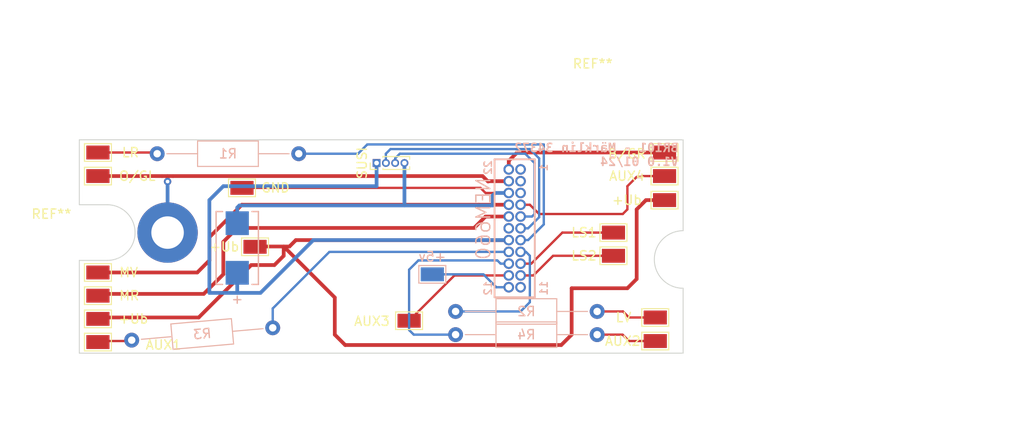
<source format=kicad_pcb>
(kicad_pcb (version 20221018) (generator pcbnew)
  (title_block (title "Maerklin sMD3 Adapter BR101") (date "2024-01-05") (rev "V1.0"))
  (layers (0 "F.Cu" signal) (31 "B.Cu" signal) (34 "B.Paste" user) (35 "F.Paste" user) (36 "B.SilkS" user "B.Silkscreen") (37 "F.SilkS" user "F.Silkscreen") (38 "B.Mask" user) (39 "F.Mask" user) (44 "Edge.Cuts" user))
  (net 0 "")
  (net 1 "+Ub")
  (net 2 "GND")
  (net 3 "AUX4")
  (net 4 "SUSI2")
  (net 5 "SUSI3")
  (net 6 "LS2")
  (net 7 "LS1")
  (net 8 "+5v")
  (net 9 "AUX3")
  (net 10 "AUX2")
  (net 11 "AUX1")
  (net 12 "MR")
  (net 13 "MV")
  (net 14 "0{slash}GL")
  (net 15 "B{slash}GR")
  (net 16 "LR")
  (net 17 "LV")
  (net 21 "Net-(NEM660-Pad7)")
  (net 22 "Net-(NEM660-Pad8)")
  (net 24 "Net-(NEM660-Pad14)")
  (net 25 "Net-(NEM660-Pad15)")
  (footprint "MaerklinConnectors:TestPoint_Pad_1.5x2.5mm" (layer "F.Cu") (at 107 37.5)
    (fp_text reference "LS2" (at -2.675 0) (layer "F.SilkS"))
    (fp_text value "LS")
    (fp_line (start -0.95 -0.95) (end 1.95 -0.95) (stroke (width 0.12)) (layer "F.SilkS"))
    (fp_line (start -0.95 0.95) (end -0.95 -0.95) (stroke (width 0.12)) (layer "F.SilkS"))
    (fp_line (start 1.95 -0.95) (end 1.95 0.95) (stroke (width 0.12)) (layer "F.SilkS"))
    (fp_line (start 1.95 0.95) (end -0.95 0.95) (stroke (width 0.12)) (layer "F.SilkS"))
    (pad "1" smd rect (at 0.5 0) (size 2.5 1.5) (layers "F.Cu" "F.Mask") (net 7 "LS1"))
  )
  (footprint "MaerklinConnectors:TestPoint_Pad_1.5x2.5mm" (layer "F.Cu") (at 113.5 26.37 180)
    (fp_text reference "B/GR" (at 4.55 -0.135) (layer "F.SilkS"))
    (fp_text value "B/GR")
    (fp_line (start -0.95 -0.95) (end 1.95 -0.95) (stroke (width 0.12)) (layer "F.SilkS"))
    (fp_line (start -0.95 0.95) (end -0.95 -0.95) (stroke (width 0.12)) (layer "F.SilkS"))
    (fp_line (start 1.95 -0.95) (end 1.95 0.95) (stroke (width 0.12)) (layer "F.SilkS"))
    (fp_line (start 1.95 0.95) (end -0.95 0.95) (stroke (width 0.12)) (layer "F.SilkS"))
    (pad "1" smd rect (at 0.5 0 180) (size 2.5 1.5) (layers "F.Cu" "F.Mask") (net 15 "B{slash}GR"))
  )
  (footprint "MountingHole:MountingHole_2.7mm_M2.5_DIN965" (layer "F.Cu") (at 104 29.5)
    (fp_text reference "REF**" (at 1.27 -12.7) (layer "F.SilkS"))
    (fp_text value "MountingHole_2.7mm_M2.5_DIN965")
    (pad "" np_thru_hole circle (at 0 0) (size 2.7 2.7) (drill 2.7) (layers "*.Cu" "*.Mask"))
  )
  (footprint "MaerklinConnectors:TestPoint_Pad_1.5x2.5mm" (layer "F.Cu") (at 51.5 41.8)
    (fp_text reference "MR" (at 3.875 0) (layer "F.SilkS"))
    (fp_text value "MR")
    (fp_line (start -0.95 -0.95) (end 1.95 -0.95) (stroke (width 0.12)) (layer "F.SilkS"))
    (fp_line (start -0.95 0.95) (end -0.95 -0.95) (stroke (width 0.12)) (layer "F.SilkS"))
    (fp_line (start 1.95 -0.95) (end 1.95 0.95) (stroke (width 0.12)) (layer "F.SilkS"))
    (fp_line (start 1.95 0.95) (end -0.95 0.95) (stroke (width 0.12)) (layer "F.SilkS"))
    (pad "1" smd rect (at 0.5 0) (size 2.5 1.5) (layers "F.Cu" "F.Mask") (net 12 "MR"))
  )
  (footprint "MaerklinConnectors:TestPoint_Pad_1.5x2.5mm" (layer "F.Cu") (at 69.415 36.53 180)
    (fp_text reference "+Ub" (at 3.81 0.002) (layer "F.SilkS"))
    (fp_text value "+Ub")
    (fp_line (start -0.95 -0.95) (end 1.95 -0.95) (stroke (width 0.12)) (layer "F.SilkS"))
    (fp_line (start -0.95 0.95) (end -0.95 -0.95) (stroke (width 0.12)) (layer "F.SilkS"))
    (fp_line (start 1.95 -0.95) (end 1.95 0.95) (stroke (width 0.12)) (layer "F.SilkS"))
    (fp_line (start 1.95 0.95) (end -0.95 0.95) (stroke (width 0.12)) (layer "F.SilkS"))
    (pad "1" smd rect (at 0.5 0 180) (size 2.5 1.5) (layers "F.Cu" "F.Mask") (net 1 "+Ub"))
  )
  (footprint "MaerklinConnectors:TestPoint_Pad_1.5x2.5mm" (layer "F.Cu") (at 67.01 30.18)
    (fp_text reference "GND" (at 4.11 0) (layer "F.SilkS"))
    (fp_text value "GND")
    (fp_line (start -0.95 -0.95) (end 1.95 -0.95) (stroke (width 0.12)) (layer "F.SilkS"))
    (fp_line (start -0.95 0.95) (end -0.95 -0.95) (stroke (width 0.12)) (layer "F.SilkS"))
    (fp_line (start 1.95 -0.95) (end 1.95 0.95) (stroke (width 0.12)) (layer "F.SilkS"))
    (fp_line (start 1.95 0.95) (end -0.95 0.95) (stroke (width 0.12)) (layer "F.SilkS"))
    (pad "1" smd rect (at 0.5 0) (size 2.5 1.5) (layers "F.Cu" "F.Mask") (net 2 "GND"))
  )
  (footprint "MaerklinConnectors:TestPoint_Pad_1.5x2.5mm" (layer "F.Cu") (at 51.5 44.3)
    (fp_text reference "+Ub" (at 4.31 0.002) (layer "F.SilkS"))
    (fp_text value "+Ub")
    (fp_line (start -0.95 -0.95) (end 1.95 -0.95) (stroke (width 0.12)) (layer "F.SilkS"))
    (fp_line (start -0.95 0.95) (end -0.95 -0.95) (stroke (width 0.12)) (layer "F.SilkS"))
    (fp_line (start 1.95 -0.95) (end 1.95 0.95) (stroke (width 0.12)) (layer "F.SilkS"))
    (fp_line (start 1.95 0.95) (end -0.95 0.95) (stroke (width 0.12)) (layer "F.SilkS"))
    (pad "1" smd rect (at 0.5 0) (size 2.5 1.5) (layers "F.Cu" "F.Mask") (net 1 "+Ub"))
  )
  (footprint "MountingHole:MountingHole_3.5mm_Pad_TopBottom" (layer "F.Cu") (at 59.5 35)
    (fp_text reference "REF**" (at -12.5 -2) (layer "F.SilkS"))
    (fp_text value "MountingHole_3.5mm_Pad_TopBottom")
    (pad "1" thru_hole circle (at 0 0) (size 3.9 3.9) (drill 3.5) (layers "*.Cu" "*.Mask"))
    (pad "1" connect circle (at 0 0) (size 6.5 6.5) (layers "F.Cu" "F.Mask"))
    (pad "1" connect circle (at 0 0) (size 6.5 6.5) (layers "B.Cu" "B.Mask"))
  )
  (footprint "MaerklinConnectors:TestPoint_Pad_1.5x2.5mm" (layer "F.Cu") (at 51.5 26.37)
    (fp_text reference "LR" (at 4 0.002) (layer "F.SilkS"))
    (fp_text value "LR")
    (fp_line (start -0.95 -0.95) (end 1.95 -0.95) (stroke (width 0.12)) (layer "F.SilkS"))
    (fp_line (start -0.95 0.95) (end -0.95 -0.95) (stroke (width 0.12)) (layer "F.SilkS"))
    (fp_line (start 1.95 -0.95) (end 1.95 0.95) (stroke (width 0.12)) (layer "F.SilkS"))
    (fp_line (start 1.95 0.95) (end -0.95 0.95) (stroke (width 0.12)) (layer "F.SilkS"))
    (pad "1" smd rect (at 0.5 0) (size 2.5 1.5) (layers "F.Cu" "F.Mask") (net 16 "LR"))
  )
  (footprint "MaerklinConnectors:TestPoint_Pad_1.5x2.5mm" (layer "F.Cu") (at 51.5 46.8)
    (fp_text reference "AUX1" (at 7.555 0.302) (layer "F.SilkS"))
    (fp_text value "AUX1")
    (fp_line (start -0.95 -0.95) (end 1.95 -0.95) (stroke (width 0.12)) (layer "F.SilkS"))
    (fp_line (start -0.95 0.95) (end -0.95 -0.95) (stroke (width 0.12)) (layer "F.SilkS"))
    (fp_line (start 1.95 -0.95) (end 1.95 0.95) (stroke (width 0.12)) (layer "F.SilkS"))
    (fp_line (start 1.95 0.95) (end -0.95 0.95) (stroke (width 0.12)) (layer "F.SilkS"))
    (pad "1" smd rect (at 0.5 0) (size 2.5 1.5) (layers "F.Cu" "F.Mask") (net 11 "AUX1"))
  )
  (footprint "MaerklinConnectors:TestPoint_Pad_1.5x2.5mm" (layer "F.Cu") (at 51.5 28.91)
    (fp_text reference "O/GL" (at 4.745 0) (layer "F.SilkS"))
    (fp_text value "O/GL")
    (fp_line (start -0.95 -0.95) (end 1.95 -0.95) (stroke (width 0.12)) (layer "F.SilkS"))
    (fp_line (start -0.95 0.95) (end -0.95 -0.95) (stroke (width 0.12)) (layer "F.SilkS"))
    (fp_line (start 1.95 -0.95) (end 1.95 0.95) (stroke (width 0.12)) (layer "F.SilkS"))
    (fp_line (start 1.95 0.95) (end -0.95 0.95) (stroke (width 0.12)) (layer "F.SilkS"))
    (pad "1" smd rect (at 0.5 0) (size 2.5 1.5) (layers "F.Cu" "F.Mask") (net 14 "0{slash}GL"))
  )
  (footprint "MaerklinConnectors:TestPoint_Pad_1.5x2.5mm" (layer "F.Cu") (at 107 35)
    (fp_text reference "LS1" (at -2.675 0) (layer "F.SilkS"))
    (fp_text value "LS")
    (fp_line (start -0.95 -0.95) (end 1.95 -0.95) (stroke (width 0.12)) (layer "F.SilkS"))
    (fp_line (start -0.95 0.95) (end -0.95 -0.95) (stroke (width 0.12)) (layer "F.SilkS"))
    (fp_line (start 1.95 -0.95) (end 1.95 0.95) (stroke (width 0.12)) (layer "F.SilkS"))
    (fp_line (start 1.95 0.95) (end -0.95 0.95) (stroke (width 0.12)) (layer "F.SilkS"))
    (pad "1" smd rect (at 0.5 0) (size 2.5 1.5) (layers "F.Cu" "F.Mask") (net 6 "LS2"))
  )
  (footprint "MaerklinConnectors:TestPoint_Pad_1.5x2.5mm" (layer "F.Cu") (at 112.5 46.69 180)
    (fp_text reference "AUX2" (at 4 0) (layer "F.SilkS"))
    (fp_text value "AUX2")
    (fp_line (start -0.95 -0.95) (end 1.95 -0.95) (stroke (width 0.12)) (layer "F.SilkS"))
    (fp_line (start -0.95 0.95) (end -0.95 -0.95) (stroke (width 0.12)) (layer "F.SilkS"))
    (fp_line (start 1.95 -0.95) (end 1.95 0.95) (stroke (width 0.12)) (layer "F.SilkS"))
    (fp_line (start 1.95 0.95) (end -0.95 0.95) (stroke (width 0.12)) (layer "F.SilkS"))
    (pad "1" smd rect (at 0.5 0 180) (size 2.5 1.5) (layers "F.Cu" "F.Mask") (net 10 "AUX2"))
  )
  (footprint "Connector_PinHeader_1.00mm:PinHeader_1x04_P1.00mm_Vertical" (layer "F.Cu") (at 82 27.5 90)
    (fp_text reference "SUSI" (at 0 -1.56 90) (layer "F.SilkS"))
    (fp_text value "SUSI")
    (fp_line (start -0.695 -0.685) (end 0 -0.685) (stroke (width 0.12)) (layer "F.SilkS"))
    (fp_line (start -0.695 0) (end -0.695 -0.685) (stroke (width 0.12)) (layer "F.SilkS"))
    (fp_line (start -0.695 0.685) (end -0.695 3.56) (stroke (width 0.12)) (layer "F.SilkS"))
    (fp_line (start -0.695 0.685) (end -0.608276 0.685) (stroke (width 0.12)) (layer "F.SilkS"))
    (fp_line (start -0.695 3.56) (end -0.394493 3.56) (stroke (width 0.12)) (layer "F.SilkS"))
    (fp_line (start 0.394493 3.56) (end 0.695 3.56) (stroke (width 0.12)) (layer "F.SilkS"))
    (fp_line (start 0.608276 0.685) (end 0.695 0.685) (stroke (width 0.12)) (layer "F.SilkS"))
    (fp_line (start 0.695 0.685) (end 0.695 3.56) (stroke (width 0.12)) (layer "F.SilkS"))
    (pad "1" thru_hole rect (at 0 0 90) (size 0.85 0.85) (drill 0.5) (layers "*.Cu" "*.Mask") (net 1 "+Ub"))
    (pad "2" thru_hole oval (at 0 1 90) (size 0.85 0.85) (drill 0.5) (layers "*.Cu" "*.Mask") (net 4 "SUSI2"))
    (pad "3" thru_hole oval (at 0 2 90) (size 0.85 0.85) (drill 0.5) (layers "*.Cu" "*.Mask") (net 5 "SUSI3"))
    (pad "4" thru_hole oval (at 0 3 90) (size 0.85 0.85) (drill 0.5) (layers "*.Cu" "*.Mask") (net 2 "GND"))
  )
  (footprint "MaerklinConnectors:TestPoint_Pad_1.5x2.5mm" (layer "F.Cu") (at 113.5 31.5 180)
    (fp_text reference "+Ub" (at 4.55 0) (layer "F.SilkS"))
    (fp_text value "+Ub")
    (fp_line (start -0.95 -0.95) (end 1.95 -0.95) (stroke (width 0.12)) (layer "F.SilkS"))
    (fp_line (start -0.95 0.95) (end -0.95 -0.95) (stroke (width 0.12)) (layer "F.SilkS"))
    (fp_line (start 1.95 -0.95) (end 1.95 0.95) (stroke (width 0.12)) (layer "F.SilkS"))
    (fp_line (start 1.95 0.95) (end -0.95 0.95) (stroke (width 0.12)) (layer "F.SilkS"))
    (pad "1" smd rect (at 0.5 0 180) (size 2.5 1.5) (layers "F.Cu" "F.Mask") (net 1 "+Ub"))
  )
  (footprint "MaerklinConnectors:TestPoint_Pad_1.5x2.5mm" (layer "F.Cu") (at 112.5 44.15 180)
    (fp_text reference "LV" (at 3.915 0.002) (layer "F.SilkS"))
    (fp_text value "LV")
    (fp_line (start -0.95 -0.95) (end 1.95 -0.95) (stroke (width 0.12)) (layer "F.SilkS"))
    (fp_line (start -0.95 0.95) (end -0.95 -0.95) (stroke (width 0.12)) (layer "F.SilkS"))
    (fp_line (start 1.95 -0.95) (end 1.95 0.95) (stroke (width 0.12)) (layer "F.SilkS"))
    (fp_line (start 1.95 0.95) (end -0.95 0.95) (stroke (width 0.12)) (layer "F.SilkS"))
    (pad "1" smd rect (at 0.5 0 180) (size 2.5 1.5) (layers "F.Cu" "F.Mask") (net 17 "LV"))
  )
  (footprint "MaerklinConnectors:TestPoint_Pad_1.5x2.5mm" (layer "F.Cu") (at 113.5 28.91 180)
    (fp_text reference "AUX4" (at 4.55 0.002) (layer "F.SilkS"))
    (fp_text value "AUX4")
    (fp_line (start -0.95 -0.95) (end 1.95 -0.95) (stroke (width 0.12)) (layer "F.SilkS"))
    (fp_line (start -0.95 0.95) (end -0.95 -0.95) (stroke (width 0.12)) (layer "F.SilkS"))
    (fp_line (start 1.95 -0.95) (end 1.95 0.95) (stroke (width 0.12)) (layer "F.SilkS"))
    (fp_line (start 1.95 0.95) (end -0.95 0.95) (stroke (width 0.12)) (layer "F.SilkS"))
    (pad "1" smd rect (at 0.5 0 180) (size 2.5 1.5) (layers "F.Cu" "F.Mask") (net 3 "AUX4"))
  )
  (footprint "MaerklinConnectors:TestPoint_Pad_1.5x2.5mm" (layer "F.Cu") (at 85 44.5)
    (fp_text reference "AUX3" (at -3.5 0.05) (layer "F.SilkS"))
    (fp_text value "AUX3")
    (fp_line (start -0.95 -0.95) (end 1.95 -0.95) (stroke (width 0.12)) (layer "F.SilkS"))
    (fp_line (start -0.95 0.95) (end -0.95 -0.95) (stroke (width 0.12)) (layer "F.SilkS"))
    (fp_line (start 1.95 -0.95) (end 1.95 0.95) (stroke (width 0.12)) (layer "F.SilkS"))
    (fp_line (start 1.95 0.95) (end -0.95 0.95) (stroke (width 0.12)) (layer "F.SilkS"))
    (pad "1" smd rect (at 0.5 0) (size 2.5 1.5) (layers "F.Cu" "F.Mask") (net 9 "AUX3"))
  )
  (footprint "MaerklinConnectors:TestPoint_Pad_1.5x2.5mm" (layer "F.Cu") (at 51.5 39.3)
    (fp_text reference "MV" (at 3.81 0.002) (layer "F.SilkS"))
    (fp_text value "MV")
    (fp_line (start -0.95 -0.95) (end 1.95 -0.95) (stroke (width 0.12)) (layer "F.SilkS"))
    (fp_line (start -0.95 0.95) (end -0.95 -0.95) (stroke (width 0.12)) (layer "F.SilkS"))
    (fp_line (start 1.95 -0.95) (end 1.95 0.95) (stroke (width 0.12)) (layer "F.SilkS"))
    (fp_line (start 1.95 0.95) (end -0.95 0.95) (stroke (width 0.12)) (layer "F.SilkS"))
    (pad "1" smd rect (at 0.5 0) (size 2.5 1.5) (layers "F.Cu" "F.Mask") (net 13 "MV"))
  )
  (footprint "MaerklinConnectors:TestPoint_Pad_1.5x2.5mm" (layer "B.Cu") (at 88.5 39.5 180)
    (fp_text reference "+5v" (at 0.5 1.905) (layer "B.SilkS") (effects (justify mirror)))
    (fp_text value "+5v")
    (fp_line (start -0.95 -0.95) (end -0.95 0.95) (stroke (width 0.12)) (layer "B.SilkS"))
    (fp_line (start -0.95 0.95) (end 1.95 0.95) (stroke (width 0.12)) (layer "B.SilkS"))
    (fp_line (start 1.95 -0.95) (end -0.95 -0.95) (stroke (width 0.12)) (layer "B.SilkS"))
    (fp_line (start 1.95 0.95) (end 1.95 -0.95) (stroke (width 0.12)) (layer "B.SilkS"))
    (pad "1" smd rect (at 0.5 0 180) (size 2.5 1.5) (layers "B.Cu" "B.Mask") (net 8 "+5v"))
  )
  (footprint "MaerklinConnectors:CAPMP7.6X4.3_4.3N_KEM" (layer "B.Cu") (at 67 36.662194 90)
    (fp_text reference "C1" hide)
    (fp_text value "T491X108K006AT")
    (fp_line (start -5.569991 0.381) (end -5.569991 -0.381) (stroke (width 0.1524)) (layer "B.SilkS"))
    (fp_line (start -5.188991 0) (end -5.950991 0) (stroke (width 0.1524)) (layer "B.SilkS"))
    (fp_line (start -3.926992 -2.276996) (end 3.926992 -2.276996) (stroke (width 0.1524)) (layer "B.SilkS"))
    (fp_line (start -3.926992 -1.582738) (end -3.926992 -2.276996) (stroke (width 0.1524)) (layer "B.SilkS"))
    (fp_line (start -3.926992 2.276996) (end -3.926992 1.582738) (stroke (width 0.1524)) (layer "B.SilkS"))
    (fp_line (start 3.926992 -2.276996) (end 3.926992 -1.582738) (stroke (width 0.1524)) (layer "B.SilkS"))
    (fp_line (start 3.926992 1.582738) (end 3.926992 2.276996) (stroke (width 0.1524)) (layer "B.SilkS"))
    (fp_line (start 3.926992 2.276996) (end -3.926992 2.276996) (stroke (width 0.1524)) (layer "B.SilkS"))
    (pad "1" smd rect (at -2.672194 0) (size 2.499995 2.560396) (layers "B.Cu" "B.Paste" "B.Mask") (net 1 "+Ub"))
    (pad "2" smd rect (at 2.672194 0) (size 2.499995 2.560396) (layers "B.Cu" "B.Paste" "B.Mask") (net 2 "GND"))
  )
  (footprint "Resistor_THT:R_Axial_DIN0207_L6.3mm_D2.5mm_P15.24mm_Horizontal" (layer "B.Cu") (at 105.745 43.5 180)
    (fp_text reference "R2" (at 7.62 0) (layer "B.SilkS") (effects (justify mirror)))
    (fp_text value "~")
    (fp_line (start 1.04 0) (end 4.35 0) (stroke (width 0.12)) (layer "B.SilkS"))
    (fp_line (start 4.35 -1.37) (end 10.89 -1.37) (stroke (width 0.12)) (layer "B.SilkS"))
    (fp_line (start 4.35 1.37) (end 4.35 -1.37) (stroke (width 0.12)) (layer "B.SilkS"))
    (fp_line (start 10.89 -1.37) (end 10.89 1.37) (stroke (width 0.12)) (layer "B.SilkS"))
    (fp_line (start 10.89 1.37) (end 4.35 1.37) (stroke (width 0.12)) (layer "B.SilkS"))
    (fp_line (start 14.2 0) (end 10.89 0) (stroke (width 0.12)) (layer "B.SilkS"))
    (pad "1" thru_hole circle (at 0 0 180) (size 1.6 1.6) (drill 0.8) (layers "*.Cu" "*.Mask") (net 17 "LV"))
    (pad "2" thru_hole oval (at 15.24 0 180) (size 1.6 1.6) (drill 0.8) (layers "*.Cu" "*.Mask") (net 22 "Net-(NEM660-Pad8)"))
  )
  (footprint "Resistor_THT:R_Axial_DIN0207_L6.3mm_D2.5mm_P15.24mm_Horizontal" (layer "B.Cu") (at 58.38 26.5)
    (fp_text reference "R1" (at 7.62 0) (layer "B.SilkS") (effects (justify mirror)))
    (fp_text value "~")
    (fp_line (start 1.04 0) (end 4.35 0) (stroke (width 0.12)) (layer "B.SilkS"))
    (fp_line (start 4.35 -1.37) (end 10.89 -1.37) (stroke (width 0.12)) (layer "B.SilkS"))
    (fp_line (start 4.35 1.37) (end 4.35 -1.37) (stroke (width 0.12)) (layer "B.SilkS"))
    (fp_line (start 10.89 -1.37) (end 10.89 1.37) (stroke (width 0.12)) (layer "B.SilkS"))
    (fp_line (start 10.89 1.37) (end 4.35 1.37) (stroke (width 0.12)) (layer "B.SilkS"))
    (fp_line (start 14.2 0) (end 10.89 0) (stroke (width 0.12)) (layer "B.SilkS"))
    (pad "1" thru_hole circle (at 0 0) (size 1.6 1.6) (drill 0.8) (layers "*.Cu" "*.Mask") (net 16 "LR"))
    (pad "2" thru_hole oval (at 15.24 0) (size 1.6 1.6) (drill 0.8) (layers "*.Cu" "*.Mask") (net 21 "Net-(NEM660-Pad7)"))
  )
  (footprint "MaerklinConnectors:SAMTEC-FTS-111-01-X-D" (layer "B.Cu") (at 96.865 34.54 -90)
    (fp_text reference "NEM660" (at -1.04 3.365 90) (layer "B.SilkS") (effects (font (size 1.5 1.5)) (justify mirror)))
    (fp_text value "SAMTEC-FTS-111-01-X-D")
    (fp_text user "1" (at -6.54 -3.135 90) (layer "B.SilkS") (effects (font (size 0.8 0.8)) (justify mirror)))
    (fp_text user "22" (at -6.54 2.865 90) (layer "B.SilkS") (effects (font (size 0.8 0.8)) (justify mirror)))
    (fp_text user "11" (at 6.46 -3.135 90) (layer "B.SilkS") (effects (font (size 0.8 0.8)) (justify mirror)))
    (fp_text user "12" (at 6.46 2.865 90) (layer "B.SilkS") (effects (font (size 0.8 0.8)) (justify mirror)))
    (fp_line (start -7.435 -2.165) (end 7.435 -2.165) (stroke (width 0.2)) (layer "B.SilkS"))
    (fp_line (start -7.435 2.165) (end -7.435 -2.165) (stroke (width 0.2)) (layer "B.SilkS"))
    (fp_line (start 7.435 -2.165) (end 7.435 2.165) (stroke (width 0.2)) (layer "B.SilkS"))
    (fp_line (start 7.435 2.165) (end -7.435 2.165) (stroke (width 0.2)) (layer "B.SilkS"))
    (pad "1" thru_hole circle (at -6.35 -0.635 270) (size 1.143 1.143) (drill 0.71) (layers "*.Cu"))
    (pad "2" thru_hole circle (at -5.08 -0.635 270) (size 1.143 1.143) (drill 0.71) (layers "*.Cu"))
    (pad "3" thru_hole circle (at -3.81 -0.635 270) (size 1.143 1.143) (drill 0.71) (layers "*.Cu"))
    (pad "4" thru_hole circle (at -2.54 -0.635 270) (size 1.143 1.143) (drill 0.71) (layers "*.Cu") (net 3 "AUX4"))
    (pad "5" thru_hole circle (at -1.27 -0.635 270) (size 1.143 1.143) (drill 0.71) (layers "*.Cu") (net 5 "SUSI3"))
    (pad "6" thru_hole circle (at 0 -0.635 270) (size 1.143 1.143) (drill 0.71) (layers "*.Cu") (net 4 "SUSI2"))
    (pad "7" thru_hole circle (at 1.27 -0.635 270) (size 1.143 1.143) (drill 0.71) (layers "*.Cu") (net 21 "Net-(NEM660-Pad7)"))
    (pad "8" thru_hole circle (at 2.54 -0.635 270) (size 1.143 1.143) (drill 0.71) (layers "*.Cu") (net 22 "Net-(NEM660-Pad8)"))
    (pad "9" thru_hole circle (at 3.81 -0.635 270) (size 1.143 1.143) (drill 0.71) (layers "*.Cu") (net 6 "LS2"))
    (pad "10" thru_hole circle (at 5.08 -0.635 270) (size 1.143 1.143) (drill 0.71) (layers "*.Cu") (net 7 "LS1"))
    (pad "11" thru_hole circle (at 6.35 -0.635 270) (size 1.143 1.143) (drill 0.71) (layers "*.Cu"))
    (pad "12" thru_hole circle (at 6.35 0.635 270) (size 1.143 1.143) (drill 0.71) (layers "*.Cu") (net 8 "+5v"))
    (pad "13" thru_hole circle (at 5.08 0.635 270) (size 1.143 1.143) (drill 0.71) (layers "*.Cu") (net 9 "AUX3"))
    (pad "14" thru_hole circle (at 3.81 0.635 270) (size 1.143 1.143) (drill 0.71) (layers "*.Cu") (net 24 "Net-(NEM660-Pad14)"))
    (pad "15" thru_hole circle (at 2.54 0.635 270) (size 1.143 1.143) (drill 0.71) (layers "*.Cu") (net 25 "Net-(NEM660-Pad15)"))
    (pad "16" thru_hole circle (at 1.27 0.635 270) (size 1.143 1.143) (drill 0.71) (layers "*.Cu") (net 1 "+Ub"))
    (pad "17" thru_hole circle (at 0 0.635 270) (size 1.143 1.143) (drill 0.71) (layers "*.Cu"))
    (pad "18" thru_hole circle (at -1.27 0.635 270) (size 1.143 1.143) (drill 0.71) (layers "*.Cu") (net 12 "MR"))
    (pad "19" thru_hole circle (at -2.54 0.635 270) (size 1.143 1.143) (drill 0.71) (layers "*.Cu") (net 13 "MV"))
    (pad "20" thru_hole circle (at -3.81 0.635 270) (size 1.143 1.143) (drill 0.71) (layers "*.Cu") (net 2 "GND"))
    (pad "21" thru_hole circle (at -5.08 0.635 270) (size 1.143 1.143) (drill 0.71) (layers "*.Cu") (net 14 "0{slash}GL"))
    (pad "22" thru_hole circle (at -6.35 0.635 270) (size 1.143 1.143) (drill 0.71) (layers "*.Cu") (net 15 "B{slash}GR"))
  )
  (footprint "Resistor_THT:R_Axial_DIN0207_L6.3mm_D2.5mm_P15.24mm_Horizontal" (layer "B.Cu") (at 70.82 45.263874 -175)
    (fp_text reference "R3" (at 7.62 0 -355) (layer "B.SilkS") (effects (justify mirror)))
    (fp_text value "~")
    (fp_line (start 1.04 0) (end 4.35 0) (stroke (width 0.12)) (layer "B.SilkS"))
    (fp_line (start 4.35 -1.37) (end 10.89 -1.37) (stroke (width 0.12)) (layer "B.SilkS"))
    (fp_line (start 4.35 1.37) (end 4.35 -1.37) (stroke (width 0.12)) (layer "B.SilkS"))
    (fp_line (start 10.89 -1.37) (end 10.89 1.37) (stroke (width 0.12)) (layer "B.SilkS"))
    (fp_line (start 10.89 1.37) (end 4.35 1.37) (stroke (width 0.12)) (layer "B.SilkS"))
    (fp_line (start 14.2 0) (end 10.89 0) (stroke (width 0.12)) (layer "B.SilkS"))
    (pad "1" thru_hole circle (at 0 0 185) (size 1.6 1.6) (drill 0.8) (layers "*.Cu" "*.Mask") (net 25 "Net-(NEM660-Pad15)"))
    (pad "2" thru_hole oval (at 15.24 0 185) (size 1.6 1.6) (drill 0.8) (layers "*.Cu" "*.Mask") (net 11 "AUX1"))
  )
  (footprint "Resistor_THT:R_Axial_DIN0207_L6.3mm_D2.5mm_P15.24mm_Horizontal" (layer "B.Cu") (at 90.505 46)
    (fp_text reference "R4" (at 7.62 0) (layer "B.SilkS") (effects (justify mirror)))
    (fp_text value "~")
    (fp_line (start 1.04 0) (end 4.35 0) (stroke (width 0.12)) (layer "B.SilkS"))
    (fp_line (start 4.35 -1.37) (end 10.89 -1.37) (stroke (width 0.12)) (layer "B.SilkS"))
    (fp_line (start 4.35 1.37) (end 4.35 -1.37) (stroke (width 0.12)) (layer "B.SilkS"))
    (fp_line (start 10.89 -1.37) (end 10.89 1.37) (stroke (width 0.12)) (layer "B.SilkS"))
    (fp_line (start 10.89 1.37) (end 4.35 1.37) (stroke (width 0.12)) (layer "B.SilkS"))
    (fp_line (start 14.2 0) (end 10.89 0) (stroke (width 0.12)) (layer "B.SilkS"))
    (pad "1" thru_hole circle (at 0 0) (size 1.6 1.6) (drill 0.8) (layers "*.Cu" "*.Mask") (net 24 "Net-(NEM660-Pad14)"))
    (pad "2" thru_hole oval (at 15.24 0) (size 1.6 1.6) (drill 0.8) (layers "*.Cu" "*.Mask") (net 10 "AUX2"))
  )
  (gr_line (start 50 38) (end 50 48) (stroke (width 0.1)) (layer "Edge.Cuts"))
  (gr_line (start 50 32) (end 50 25) (stroke (width 0.1)) (layer "Edge.Cuts"))
  (gr_line (start 115 34.8) (end 115 25) (stroke (width 0.1)) (layer "Edge.Cuts"))
  (gr_line (start 115 48) (end 115 41) (stroke (width 0.1)) (layer "Edge.Cuts"))
  (gr_arc (start 115 41) (mid 111.9 37.9) (end 115 34.8) (stroke (width 0.1)) (layer "Edge.Cuts"))
  (gr_arc (start 53 32) (mid 56 35) (end 53 38) (stroke (width 0.1)) (layer "Edge.Cuts"))
  (gr_line (start 50 48) (end 115 48) (stroke (width 0.1)) (layer "Edge.Cuts"))
  (gr_line (start 50 32) (end 53 32) (stroke (width 0.1)) (layer "Edge.Cuts"))
  (gr_line (start 50 38) (end 53 38) (stroke (width 0.1)) (layer "Edge.Cuts"))
  (gr_line (start 50 25) (end 115 25) (stroke (width 0.1)) (layer "Edge.Cuts"))
  (gr_text "V1.0 01/24" (at 114.5 28) (layer "B.SilkS") (effects (font (size 1 1) (thickness 0.2) bold) (justify left bottom mirror)))
  (gr_text "BR101 - Märklin 34372" (at 114.5 26.5) (layer "B.SilkS") (effects (font (size 1 1) (thickness 0.25) bold) (justify left bottom mirror)))
  (segment (start 103 41) (end 109 41) (width 0.4) (layer "F.Cu") (net 1))
  (segment (start 72 36.5) (end 77.5 42) (width 0.4) (layer "F.Cu") (net 1))
  (segment (start 77.5 42) (end 77.5 46) (width 0.4) (layer "F.Cu") (net 1))
  (segment (start 78.62 47.12) (end 101.88 47.12) (width 0.4) (layer "F.Cu") (net 1))
  (segment (start 110 40) (end 110 32.5) (width 0.4) (layer "F.Cu") (net 1))
  (segment (start 72 36.5) (end 68.945 36.5) (width 0.4) (layer "F.Cu") (net 1))
  (segment (start 52 44.15) (end 62.85 44.15) (width 0.4) (layer "F.Cu") (net 1))
  (segment (start 62.85 44.15) (end 68.5 38.5) (width 0.4) (layer "F.Cu") (net 1))
  (segment (start 68.5 38.5) (end 71 38.5) (width 0.4) (layer "F.Cu") (net 1))
  (segment (start 73.31 35.81) (end 72.62 36.5) (width 0.4) (layer "F.Cu") (net 1))
  (segment (start 73.31 35.81) (end 96.23 35.81) (width 0.4) (layer "F.Cu") (net 1))
  (segment (start 109 41) (end 110 40) (width 0.4) (layer "F.Cu") (net 1))
  (segment (start 72 37.5) (end 72 36.5) (width 0.4) (layer "F.Cu") (net 1))
  (segment (start 72.62 36.5) (end 72 36.5) (width 0.4) (layer "F.Cu") (net 1))
  (segment (start 103 46) (end 103 41) (width 0.4) (layer "F.Cu") (net 1))
  (segment (start 111 31.5) (end 113 31.5) (width 0.4) (layer "F.Cu") (net 1))
  (segment (start 77.5 46) (end 78.62 47.12) (width 0.4) (layer "F.Cu") (net 1))
  (segment (start 101.88 47.12) (end 103 46) (width 0.4) (layer "F.Cu") (net 1))
  (segment (start 110 32.5) (end 111 31.5) (width 0.4) (layer "F.Cu") (net 1))
  (segment (start 68.945 36.5) (end 68.915 36.53) (width 0.25) (layer "F.Cu") (net 1))
  (segment (start 71 38.5) (end 72 37.5) (width 0.4) (layer "F.Cu") (net 1))
  (segment (start 75.19 35.81) (end 96.23 35.81) (width 0.4) (layer "B.Cu") (net 1))
  (segment (start 64 31.5) (end 65.5 30) (width 0.4) (layer "B.Cu") (net 1))
  (segment (start 67 41.5) (end 69.5 41.5) (width 0.4) (layer "B.Cu") (net 1))
  (segment (start 65.5 30) (end 82 30) (width 0.4) (layer "B.Cu") (net 1))
  (segment (start 67 41.5) (end 64 41.5) (width 0.4) (layer "B.Cu") (net 1))
  (segment (start 64 41.5) (end 64 31.5) (width 0.4) (layer "B.Cu") (net 1))
  (segment (start 82 30) (end 82 27.5) (width 0.4) (layer "B.Cu") (net 1))
  (segment (start 69.5 41.5) (end 75.19 35.81) (width 0.4) (layer "B.Cu") (net 1))
  (segment (start 67 41.5) (end 67 39.334388) (width 0.4) (layer "B.Cu") (net 1))
  (segment (start 93.73 30.73) (end 93.18 30.18) (width 0.25) (layer "F.Cu") (net 2))
  (segment (start 96.23 30.73) (end 93.73 30.73) (width 0.25) (layer "F.Cu") (net 2))
  (segment (start 93.18 30.18) (end 67.51 30.18) (width 0.25) (layer "F.Cu") (net 2))
  (segment (start 96.23 30.73) (end 94.77 30.73) (width 0.4) (layer "B.Cu") (net 2))
  (segment (start 85 32.076004) (end 67.233798 32.076004) (width 0.4) (layer "B.Cu") (net 2))
  (segment (start 94.77 30.73) (end 94.5 31) (width 0.4) (layer "B.Cu") (net 2))
  (segment (start 67.233798 32.076004) (end 67 32.309802) (width 0.4) (layer "B.Cu") (net 2))
  (segment (start 94.5 31) (end 94.5 32.076004) (width 0.4) (layer "B.Cu") (net 2))
  (segment (start 94.5 32.076004) (end 85 32.076004) (width 0.4) (layer "B.Cu") (net 2))
  (segment (start 67 32.309802) (end 67 33.99) (width 0.4) (layer "B.Cu") (net 2))
  (segment (start 85 27.5) (end 85 32.076004) (width 0.4) (layer "B.Cu") (net 2))
  (segment (start 108.5 33) (end 99.5 33) (width 0.25) (layer "F.Cu") (net 3))
  (segment (start 110.5 29) (end 110 29) (width 0.25) (layer "F.Cu") (net 3))
  (segment (start 99.5 33) (end 98.5 32) (width 0.25) (layer "F.Cu") (net 3))
  (segment (start 110.59 28.91) (end 110.5 29) (width 0.25) (layer "F.Cu") (net 3))
  (segment (start 110 29) (end 109 30) (width 0.25) (layer "F.Cu") (net 3))
  (segment (start 98.5 32) (end 97.5 32) (width 0.25) (layer "F.Cu") (net 3))
  (segment (start 109 30) (end 109 32.5) (width 0.25) (layer "F.Cu") (net 3))
  (segment (start 109 32.5) (end 108.5 33) (width 0.25) (layer "F.Cu") (net 3))
  (segment (start 112 28.91) (end 110.59 28.91) (width 0.25) (layer "F.Cu") (net 3))
  (segment (start 98.5 26) (end 83.5 26) (width 0.25) (layer "B.Cu") (net 4))
  (segment (start 99.5 33.348223) (end 99.5 27) (width 0.25) (layer "B.Cu") (net 4))
  (segment (start 83.5 26) (end 83 26.5) (width 0.25) (layer "B.Cu") (net 4))
  (segment (start 98.308223 34.54) (end 99.5 33.348223) (width 0.25) (layer "B.Cu") (net 4))
  (segment (start 83 26.5) (end 83 27.5) (width 0.25) (layer "B.Cu") (net 4))
  (segment (start 97.5 34.54) (end 98.308223 34.54) (width 0.25) (layer "B.Cu") (net 4))
  (segment (start 99.5 27) (end 98.5 26) (width 0.25) (layer "B.Cu") (net 4))
  (segment (start 84 27) (end 84.5 26.5) (width 0.25) (layer "B.Cu") (net 5))
  (segment (start 98 26.5) (end 99 27.5) (width 0.25) (layer "B.Cu") (net 5))
  (segment (start 84 27.5) (end 84 27) (width 0.25) (layer "B.Cu") (net 5))
  (segment (start 84.5 26.5) (end 98 26.5) (width 0.25) (layer "B.Cu") (net 5))
  (segment (start 97.5 33.27) (end 98.73 33.27) (width 0.25) (layer "B.Cu") (net 5))
  (segment (start 99 27.5) (end 99 33) (width 0.25) (layer "B.Cu") (net 5))
  (segment (start 98.73 33.27) (end 99 33) (width 0.25) (layer "B.Cu") (net 5))
  (segment (start 97.5 33.27) (end 97.77 33) (width 0.25) (layer "B.Cu") (net 5))
  (segment (start 97.5 38.35) (end 98.65 38.35) (width 0.25) (layer "F.Cu") (net 6))
  (segment (start 102 35) (end 106.5 35) (width 0.25) (layer "F.Cu") (net 6))
  (segment (start 98.65 38.35) (end 102 35) (width 0.25) (layer "F.Cu") (net 6))
  (segment (start 101 37.5) (end 98.88 39.62) (width 0.25) (layer "F.Cu") (net 7))
  (segment (start 98.88 39.62) (end 97.5 39.62) (width 0.25) (layer "F.Cu") (net 7))
  (segment (start 106.5 37.5) (end 101 37.5) (width 0.25) (layer "F.Cu") (net 7))
  (segment (start 94.89 40.89) (end 93.5 39.5) (width 0.25) (layer "B.Cu") (net 8))
  (segment (start 93.5 39.5) (end 88 39.5) (width 0.25) (layer "B.Cu") (net 8))
  (segment (start 96.23 40.89) (end 94.89 40.89) (width 0.25) (layer "B.Cu") (net 8))
  (segment (start 90.38 39.62) (end 85.5 44.5) (width 0.25) (layer "F.Cu") (net 9))
  (segment (start 96.23 39.62) (end 90.38 39.62) (width 0.25) (layer "F.Cu") (net 9))
  (segment (start 105.745 46) (end 108.484 46) (width 0.25) (layer "F.Cu") (net 10))
  (segment (start 112.095 46.69) (end 109.174 46.69) (width 0.25) (layer "F.Cu") (net 10))
  (segment (start 108.484 46) (end 109.174 46.69) (width 0.25) (layer "F.Cu") (net 10))
  (segment (start 52.405 46.69) (end 54.945 46.69) (width 0.25) (layer "F.Cu") (net 11))
  (segment (start 54.945 46.69) (end 55.58 46.055) (width 0.25) (layer "F.Cu") (net 11))
  (segment (start 92.5 34.5) (end 93.73 33.27) (width 0.4) (layer "F.Cu") (net 12))
  (segment (start 63.39 41.61) (end 65.5 39.5) (width 0.4) (layer "F.Cu") (net 12))
  (segment (start 65.5 39.5) (end 65.5 36) (width 0.4) (layer "F.Cu") (net 12))
  (segment (start 52 41.61) (end 63.39 41.61) (width 0.4) (layer "F.Cu") (net 12))
  (segment (start 93.73 33.27) (end 96.23 33.27) (width 0.4) (layer "F.Cu") (net 12))
  (segment (start 67 34.5) (end 92.5 34.5) (width 0.4) (layer "F.Cu") (net 12))
  (segment (start 65.5 36) (end 67 34.5) (width 0.4) (layer "F.Cu") (net 12))
  (segment (start 93 32) (end 96.23 32) (width 0.4) (layer "F.Cu") (net 13))
  (segment (start 64 38) (end 64 35.5) (width 0.4) (layer "F.Cu") (net 13))
  (segment (start 67.5 32) (end 93 32) (width 0.4) (layer "F.Cu") (net 13))
  (segment (start 62.7 39.3) (end 64 38) (width 0.4) (layer "F.Cu") (net 13))
  (segment (start 64 35.5) (end 67.5 32) (width 0.4) (layer "F.Cu") (net 13))
  (segment (start 52 39.3) (end 62.7 39.3) (width 0.4) (layer "F.Cu") (net 13))
  (segment (start 96.23 29.46) (end 94.04 29.46) (width 0.4) (layer "F.Cu") (net 14))
  (segment (start 94 29.5) (end 93.41 28.91) (width 0.4) (layer "F.Cu") (net 14))
  (segment (start 59.5 28.91) (end 59.5 29.5) (width 0.4) (layer "F.Cu") (net 14))
  (segment (start 58.91 28.91) (end 52 28.91) (width 0.4) (layer "F.Cu") (net 14))
  (segment (start 58.91 28.91) (end 59.5 28.91) (width 0.4) (layer "F.Cu") (net 14))
  (segment (start 94.04 29.46) (end 94 29.5) (width 0.25) (layer "F.Cu") (net 14))
  (segment (start 59.5 28.91) (end 60.09 28.91) (width 0.4) (layer "F.Cu") (net 14))
  (segment (start 93.41 28.91) (end 60.09 28.91) (width 0.4) (layer "F.Cu") (net 14))
  (via (at 59.5 29.5) (size 0.8) (drill 0.4) (layers "F.Cu" "B.Cu") (net 14))
  (segment (start 59.5 29.5) (end 59.5 32) (width 0.4) (layer "B.Cu") (net 14))
  (segment (start 112 26.37) (end 97.13 26.37) (width 0.4) (layer "F.Cu") (net 15))
  (segment (start 96.23 28.19) (end 96.23 27.27) (width 0.4) (layer "F.Cu") (net 15))
  (segment (start 96.23 27.27) (end 97.13 26.37) (width 0.4) (layer "F.Cu") (net 15))
  (segment (start 58.25 26.37) (end 58.38 26.5) (width 0.25) (layer "F.Cu") (net 16))
  (segment (start 52 26.37) (end 58.25 26.37) (width 0.25) (layer "F.Cu") (net 16))
  (segment (start 108.524 43.5) (end 105.745 43.5) (width 0.25) (layer "F.Cu") (net 17))
  (segment (start 109.174 44.15) (end 108.524 43.5) (width 0.25) (layer "F.Cu") (net 17))
  (segment (start 112.095 44.15) (end 109.174 44.15) (width 0.25) (layer "F.Cu") (net 17))
  (segment (start 81 25.5) (end 100 25.5) (width 0.25) (layer "B.Cu") (net 21))
  (segment (start 100 34.118223) (end 98.308223 35.81) (width 0.25) (layer "B.Cu") (net 21))
  (segment (start 80 26.5) (end 81 25.5) (width 0.25) (layer "B.Cu") (net 21))
  (segment (start 73.62 26.5) (end 80 26.5) (width 0.25) (layer "B.Cu") (net 21))
  (segment (start 98.308223 35.81) (end 97.5 35.81) (width 0.25) (layer "B.Cu") (net 21))
  (segment (start 100 25.5) (end 100 34.118223) (width 0.25) (layer "B.Cu") (net 21))
  (segment (start 97.5 37.08) (end 98.08 37.08) (width 0.25) (layer "B.Cu") (net 22))
  (segment (start 98.5 42.5) (end 97.5 43.5) (width 0.25) (layer "B.Cu") (net 22))
  (segment (start 98.5 37.5) (end 98.5 42.5) (width 0.25) (layer "B.Cu") (net 22))
  (segment (start 98.08 37.08) (end 98.5 37.5) (width 0.25) (layer "B.Cu") (net 22))
  (segment (start 97.5 43.5) (end 90.505 43.5) (width 0.25) (layer "B.Cu") (net 22))
  (segment (start 95 38) (end 95.35 38.35) (width 0.25) (layer "B.Cu") (net 24))
  (segment (start 86 46) (end 90.505 46) (width 0.25) (layer "B.Cu") (net 24))
  (segment (start 85.5 45.5) (end 86 46) (width 0.25) (layer "B.Cu") (net 24))
  (segment (start 95.35 38.35) (end 96.23 38.35) (width 0.25) (layer "B.Cu") (net 24))
  (segment (start 85.5 39) (end 85.5 45.5) (width 0.25) (layer "B.Cu") (net 24))
  (segment (start 86.5 38) (end 95 38) (width 0.25) (layer "B.Cu") (net 24))
  (segment (start 86.5 38) (end 85.5 39) (width 0.25) (layer "B.Cu") (net 24))
  (segment (start 70.82 43.18) (end 76.92 37.08) (width 0.25) (layer "B.Cu") (net 25))
  (segment (start 70.82 45.263874) (end 70.82 43.18) (width 0.25) (layer "B.Cu") (net 25))
  (segment (start 76.92 37.08) (end 96.23 37.08) (width 0.25) (layer "B.Cu") (net 25))
)
</source>
